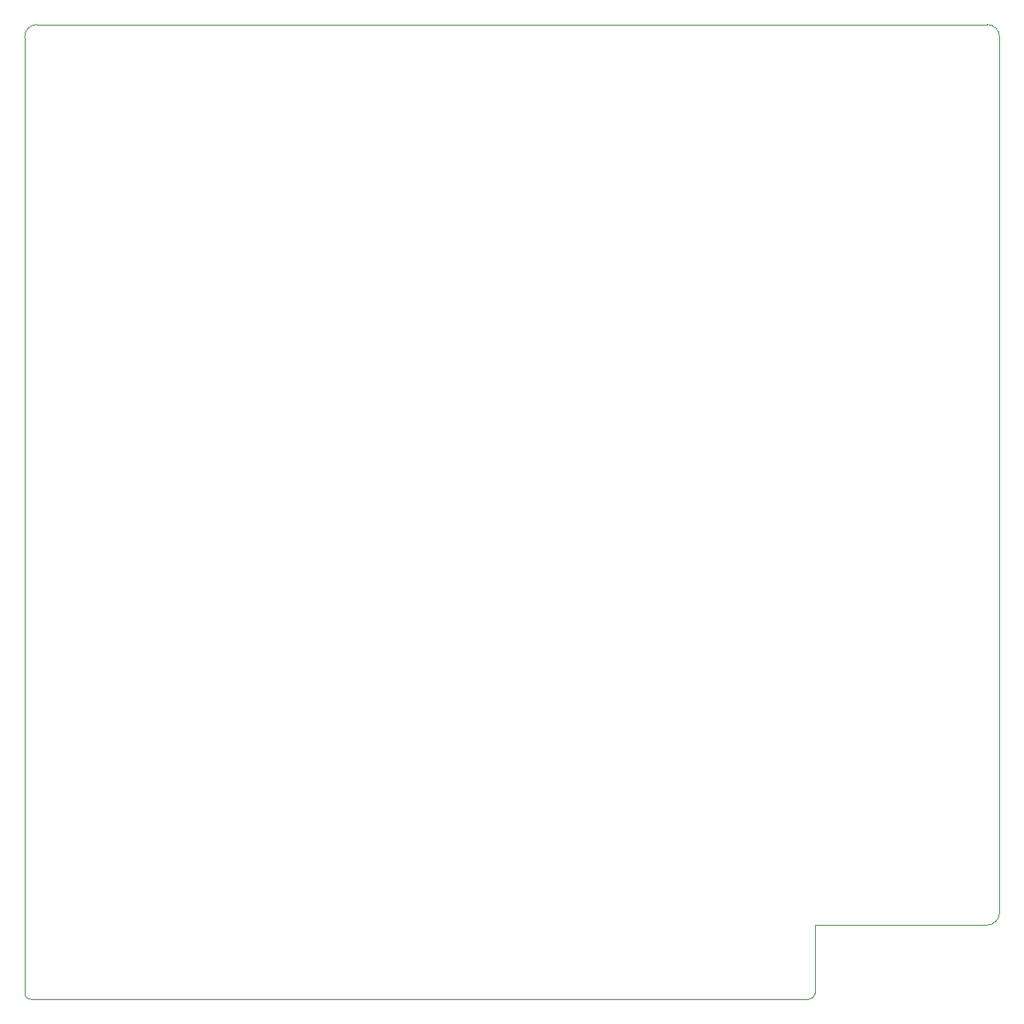
<source format=gm1>
%TF.GenerationSoftware,KiCad,Pcbnew,(5.1.9)-1*%
%TF.CreationDate,2021-08-26T14:40:19+08:00*%
%TF.ProjectId,CF-Combo-Super-Lite,43462d43-6f6d-4626-9f2d-53757065722d,rev?*%
%TF.SameCoordinates,Original*%
%TF.FileFunction,Profile,NP*%
%FSLAX46Y46*%
G04 Gerber Fmt 4.6, Leading zero omitted, Abs format (unit mm)*
G04 Created by KiCad (PCBNEW (5.1.9)-1) date 2021-08-26 14:40:19*
%MOMM*%
%LPD*%
G01*
G04 APERTURE LIST*
%TA.AperFunction,Profile*%
%ADD10C,0.050000*%
%TD*%
G04 APERTURE END LIST*
D10*
X196596000Y-43561000D02*
X196596000Y-133350000D01*
X96647000Y-43561000D02*
X96647000Y-141605000D01*
X97282000Y-142240000D02*
X177038000Y-142240000D01*
X177673000Y-134620000D02*
X195326000Y-134620000D01*
X195326000Y-42291000D02*
X97917000Y-42291000D01*
X195326000Y-42291000D02*
G75*
G02*
X196596000Y-43561000I0J-1270000D01*
G01*
X196596000Y-133350000D02*
G75*
G02*
X195326000Y-134620000I-1270000J0D01*
G01*
X177673000Y-141605000D02*
X177673000Y-134620000D01*
X96647000Y-43561000D02*
G75*
G02*
X97917000Y-42291000I1270000J0D01*
G01*
X177673000Y-141605000D02*
G75*
G02*
X177038000Y-142240000I-635000J0D01*
G01*
X97282000Y-142240000D02*
G75*
G02*
X96647000Y-141605000I0J635000D01*
G01*
M02*

</source>
